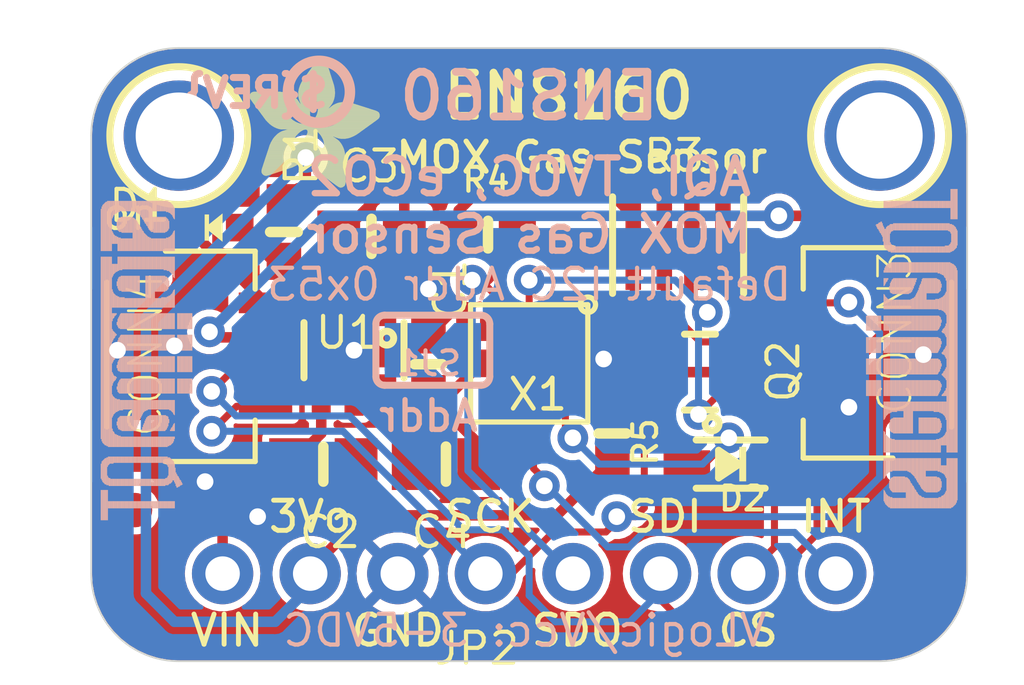
<source format=kicad_pcb>
(kicad_pcb (version 20221018) (generator pcbnew)
  (layers (0 "F.Cu" signal) (31 "B.Cu" signal) (34 "B.Paste" user) (35 "F.Paste" user) (36 "B.SilkS" user "B.Silkscreen") (37 "F.SilkS" user "F.Silkscreen") (38 "B.Mask" user) (39 "F.Mask" user) (44 "Edge.Cuts" user))
  (net 0 "")
  (net 1 "GND")
  (net 2 "3.3V")
  (net 3 "VCC")
  (net 4 "N$1")
  (net 5 "SDA_3V")
  (net 6 "SCL_3V")
  (net 7 "CS_3V")
  (net 8 "SDO/ADR")
  (net 9 "SDA/MOSI")
  (net 10 "SCL/SCK")
  (net 11 "1.8V")
  (net 12 "~{INT}")
  (net 13 "~{CS}")
  (footprint "working:FIDUCIAL_1MM" (layer "F.Cu") (at 155.4861 97.5995)
    (fp_text reference "FID4" hide)
    (fp_text value "FIDUCIAL_1MM" hide)
    (pad "1" smd roundrect (at 0 0) (size 1 1) (layers "F.Cu" "F.Mask") (roundrect_rratio 0.5))
  )
  (footprint "working:ENS160" (layer "F.Cu") (at 148.5011 105.2576 -90)
    (fp_text reference "X1" (at 0.902 0.679) (layer "F.SilkS") (effects (font (size 0.885139 0.885139) (thickness 0.130861)) (justify left)))
    (fp_text value "ENS160")
    (pad "1" smd rect (at -1.05 -1.05 270) (size 0.8 0.75) (layers "F.Cu" "F.Paste" "F.Mask") (net 5 "SDA_3V"))
    (pad "2" smd rect (at -1.05 0 270) (size 0.8 0.75) (layers "F.Cu" "F.Paste" "F.Mask") (net 6 "SCL_3V"))
    (pad "3" smd rect (at -1.05 1.05 270) (size 0.8 0.75) (layers "F.Cu" "F.Paste" "F.Mask") (net 8 "SDO/ADR"))
    (pad "4" smd rect (at 0 1.05 270) (size 0.8 0.75) (layers "F.Cu" "F.Paste" "F.Mask") (net 11 "1.8V"))
    (pad "5" smd rect (at 1.05 1.05 270) (size 0.8 0.75) (layers "F.Cu" "F.Paste" "F.Mask") (net 2 "3.3V"))
    (pad "6" smd rect (at 1.05 0 270) (size 0.8 0.75) (layers "F.Cu" "F.Paste" "F.Mask") (net 12 "~{INT}"))
    (pad "7" smd rect (at 1.05 -1.05 270) (size 0.8 0.75) (layers "F.Cu" "F.Paste" "F.Mask") (net 7 "CS_3V"))
    (pad "8" smd rect (at 0 -1.05 270) (size 0.8 0.75) (layers "F.Cu" "F.Paste" "F.Mask") (net 1 "GND"))
    (pad "9" smd rect (at 0 0 270) (size 0.8 0.75) (layers "F.Cu" "F.Paste" "F.Mask") (net 1 "GND"))
  )
  (footprint "working:FIDUCIAL_1MM" (layer "F.Cu") (at 137.0711 109.5121)
    (fp_text reference "FID3" hide)
    (fp_text value "FIDUCIAL_1MM" hide)
    (pad "1" smd roundrect (at 0 0) (size 1 1) (layers "F.Cu" "F.Mask") (roundrect_rratio 0.5))
  )
  (footprint "working:1X08_ROUND_70" (layer "F.Cu") (at 148.5011 111.3536)
    (fp_text reference "JP2" (at -2.8067 2.1717) (layer "F.SilkS") (effects (font (size 0.896031 0.896031) (thickness 0.119969)) (justify left)))
    (fp_text value "")
    (pad "1" thru_hole circle (at -8.89 0 90) (size 1.778 1.778) (drill 1) (layers "*.Cu" "*.Mask") (net 3 "VCC"))
    (pad "2" thru_hole circle (at -6.35 0 90) (size 1.778 1.778) (drill 1) (layers "*.Cu" "*.Mask") (net 2 "3.3V"))
    (pad "3" thru_hole circle (at -3.81 0 90) (size 1.778 1.778) (drill 1) (layers "*.Cu" "*.Mask") (net 1 "GND"))
    (pad "4" thru_hole circle (at -1.27 0 90) (size 1.778 1.778) (drill 1) (layers "*.Cu" "*.Mask") (net 10 "SCL/SCK"))
    (pad "5" thru_hole circle (at 1.27 0 90) (size 1.778 1.778) (drill 1) (layers "*.Cu" "*.Mask") (net 8 "SDO/ADR"))
    (pad "6" thru_hole circle (at 3.81 0 90) (size 1.778 1.778) (drill 1) (layers "*.Cu" "*.Mask") (net 9 "SDA/MOSI"))
    (pad "7" thru_hole circle (at 6.35 0 90) (size 1.778 1.778) (drill 1) (layers "*.Cu" "*.Mask") (net 13 "~{CS}"))
    (pad "8" thru_hole circle (at 8.89 0 90) (size 1.778 1.778) (drill 1) (layers "*.Cu" "*.Mask") (net 12 "~{INT}"))
  )
  (footprint "working:MOUNTINGHOLE_2.5_PLATED" (layer "F.Cu") (at 138.3411 98.6536)
    (fp_text reference "U$1" hide)
    (fp_text value "MOUNTINGHOLE2.5" hide)
    (pad "P$1" thru_hole circle (at 0 0) (size 3.2 3.2) (drill 2.5) (layers "*.Cu" "*.Mask"))
    (zone (net 0) (net_name "") (layer "F.Cu") (connect_pads (clearance 0)) (min_thickness 0.25)
      (keepout (tracks not_allowed) (vias not_allowed) (pads not_allowed) (copperpour not_allowed) (footprints allowed))
      (fill (thermal_gap 0.5) (thermal_bridge_width 0.5))
      (polygon (pts (xy 140.3571 98.6536) (xy 140.33748 98.373027) (xy 140.279004 98.097915) (xy 140.182808 97.833619) (xy 140.050765 97.585283) (xy 139.885446 97.35774) (xy 139.690067 97.15542) (xy 139.468433 96.98226) (xy 139.224856 96.841631) (xy 138.964078 96.73627) (xy 138.691175 96.668228) (xy 138.411457 96.638828) (xy 138.130371 96.648644) (xy 137.853385 96.697484) (xy 137.585893 96.784397) (xy 137.3331 96.907693) (xy 137.099926 97.06497) (xy 136.890911 97.253169) (xy 136.710122 97.468625) (xy 136.561078 97.707145) (xy 136.44668 97.964087) (xy 136.369154 98.23445) (xy 136.330011 98.512971) (xy 136.330011 98.794229) (xy 136.369154 99.07275) (xy 136.44668 99.343113) (xy 136.561078 99.600055) (xy 136.710122 99.838575) (xy 136.890911 100.054031) (xy 137.099926 100.24223) (xy 137.3331 100.399507) (xy 137.585893 100.522803) (xy 137.853385 100.609716) (xy 138.130371 100.658556) (xy 138.411457 100.668372) (xy 138.691175 100.638972) (xy 138.964078 100.57093) (xy 139.224856 100.465569) (xy 139.468433 100.32494) (xy 139.690067 100.15178) (xy 139.885446 99.94946) (xy 140.050765 99.721917) (xy 140.182808 99.473581) (xy 140.279004 99.209285) (xy 140.33748 98.934173)))
      (polygon (pts (xy 138.3251 98.6536) (xy 138.329786 98.664914) (xy 138.3411 98.6696) (xy 138.352414 98.664914) (xy 138.3571 98.6536) (xy 138.352414 98.642286) (xy 138.3411 98.6376) (xy 138.329786 98.642286)))
    )
    (zone (net 0) (net_name "") (layer "B.Cu") (connect_pads (clearance 0)) (min_thickness 0.25)
      (keepout (tracks not_allowed) (vias not_allowed) (pads not_allowed) (copperpour not_allowed) (footprints allowed))
      (fill (thermal_gap 0.5) (thermal_bridge_width 0.5))
      (polygon (pts (xy 140.3571 98.6536) (xy 140.33748 98.373027) (xy 140.279004 98.097915) (xy 140.182808 97.833619) (xy 140.050765 97.585283) (xy 139.885446 97.35774) (xy 139.690067 97.15542) (xy 139.468433 96.98226) (xy 139.224856 96.841631) (xy 138.964078 96.73627) (xy 138.691175 96.668228) (xy 138.411457 96.638828) (xy 138.130371 96.648644) (xy 137.853385 96.697484) (xy 137.585893 96.784397) (xy 137.3331 96.907693) (xy 137.099926 97.06497) (xy 136.890911 97.253169) (xy 136.710122 97.468625) (xy 136.561078 97.707145) (xy 136.44668 97.964087) (xy 136.369154 98.23445) (xy 136.330011 98.512971) (xy 136.330011 98.794229) (xy 136.369154 99.07275) (xy 136.44668 99.343113) (xy 136.561078 99.600055) (xy 136.710122 99.838575) (xy 136.890911 100.054031) (xy 137.099926 100.24223) (xy 137.3331 100.399507) (xy 137.585893 100.522803) (xy 137.853385 100.609716) (xy 138.130371 100.658556) (xy 138.411457 100.668372) (xy 138.691175 100.638972) (xy 138.964078 100.57093) (xy 139.224856 100.465569) (xy 139.468433 100.32494) (xy 139.690067 100.15178) (xy 139.885446 99.94946) (xy 140.050765 99.721917) (xy 140.182808 99.473581) (xy 140.279004 99.209285) (xy 140.33748 98.934173)))
      (polygon (pts (xy 138.3251 98.6536) (xy 138.329786 98.664914) (xy 138.3411 98.6696) (xy 138.352414 98.664914) (xy 138.3571 98.6536) (xy 138.352414 98.642286) (xy 138.3411 98.6376) (xy 138.329786 98.642286)))
    )
  )
  (footprint "working:SOD-323" (layer "F.Cu") (at 154.3431 108.1786 180)
    (fp_text reference "D2" (at -1.1 -1) (layer "F.SilkS") (effects (font (size 0.692831 0.692831) (thickness 0.119969)) (justify right)))
    (fp_text value "1N4148")
    (pad "A" smd rect (at 1.27 0 180) (size 1.35 0.8) (layers "F.Cu" "F.Paste" "F.Mask") (net 7 "CS_3V"))
    (pad "C" smd rect (at -1.27 0 180) (size 1.35 0.8) (layers "F.Cu" "F.Paste" "F.Mask") (net 13 "~{CS}"))
  )
  (footprint "working:RESPACK_4X0603" (layer "F.Cu") (at 152.8191 101.8286 180)
    (fp_text reference "R3" (at -0.838 2.591) (layer "F.SilkS") (effects (font (size 0.896031 0.896031) (thickness 0.119969)) (justify right)))
    (fp_text value "10K pack")
    (pad "1" smd rect (at -1.3 0.85 180) (size 0.45 0.9) (layers "F.Cu" "F.Paste" "F.Mask") (net 3 "VCC"))
    (pad "2" smd rect (at -0.4 0.85 180) (size 0.45 0.9) (layers "F.Cu" "F.Paste" "F.Mask") (net 2 "3.3V"))
    (pad "3" smd rect (at 0.4 0.85 180) (size 0.45 0.9) (layers "F.Cu" "F.Paste" "F.Mask") (net 3 "VCC"))
    (pad "4" smd rect (at 1.3 0.85 180) (size 0.45 0.9) (layers "F.Cu" "F.Paste" "F.Mask") (net 2 "3.3V"))
    (pad "5" smd rect (at 1.3 -0.85 180) (size 0.45 0.9) (layers "F.Cu" "F.Paste" "F.Mask") (net 5 "SDA_3V"))
    (pad "6" smd rect (at 0.4 -0.85 180) (size 0.45 0.9) (layers "F.Cu" "F.Paste" "F.Mask") (net 9 "SDA/MOSI"))
    (pad "7" smd rect (at -0.4 -0.85 180) (size 0.45 0.9) (layers "F.Cu" "F.Paste" "F.Mask") (net 6 "SCL_3V"))
    (pad "8" smd rect (at -1.3 -0.85 180) (size 0.45 0.9) (layers "F.Cu" "F.Paste" "F.Mask") (net 10 "SCL/SCK"))
  )
  (footprint "working:0805-NO" (layer "F.Cu") (at 143.9291 101.5746 180)
    (fp_text reference "C3" (at -0.889 2.032) (layer "F.SilkS") (effects (font (size 0.896031 0.896031) (thickness 0.119969)) (justify right)))
    (fp_text value "10uF")
    (pad "1" smd rect (at -0.95 0 180) (size 1.24 1.5) (layers "F.Cu" "F.Paste" "F.Mask") (net 2 "3.3V"))
    (pad "2" smd rect (at 0.95 0 180) (size 1.24 1.5) (layers "F.Cu" "F.Paste" "F.Mask") (net 1 "GND"))
  )
  (footprint "working:ADAFRUIT_3.5MM" (layer "F.Cu") (at 140.3731 100.1776)
    (fp_text reference "U$20" hide)
    (fp_text value "" hide)
  )
  (footprint "working:0603-NO" (layer "F.Cu") (at 150.9141 107.2896 -90)
    (fp_text reference "R5" (at -0.508 -0.9525 90) (layer "F.SilkS") (effects (font (size 0.692831 0.692831) (thickness 0.119969)) (justify right)))
    (fp_text value "10K")
    (pad "1" smd rect (at -0.85 0 270) (size 1.075 1) (layers "F.Cu" "F.Paste" "F.Mask") (net 7 "CS_3V"))
    (pad "2" smd rect (at 0.85 0 270) (size 1.075 1) (layers "F.Cu" "F.Paste" "F.Mask") (net 2 "3.3V"))
  )
  (footprint "working:MOUNTINGHOLE_2.5_PLATED" (layer "F.Cu") (at 158.6611 98.6536)
    (fp_text reference "U$17" hide)
    (fp_text value "MOUNTINGHOLE2.5" hide)
    (pad "P$1" thru_hole circle (at 0 0) (size 3.2 3.2) (drill 2.5) (layers "*.Cu" "*.Mask"))
    (zone (net 0) (net_name "") (layer "F.Cu") (connect_pads (clearance 0)) (min_thickness 0.25)
      (keepout (tracks not_allowed) (vias not_allowed) (pads not_allowed) (copperpour not_allowed) (footprints allowed))
      (fill (thermal_gap 0.5) (thermal_bridge_width 0.5))
      (polygon (pts (xy 160.6771 98.6536) (xy 160.65748 98.373027) (xy 160.599004 98.097915) (xy 160.502808 97.833619) (xy 160.370765 97.585283) (xy 160.205446 97.35774) (xy 160.010067 97.15542) (xy 159.788433 96.98226) (xy 159.544856 96.841631) (xy 159.284078 96.73627) (xy 159.011175 96.668228) (xy 158.731457 96.638828) (xy 158.450371 96.648644) (xy 158.173385 96.697484) (xy 157.905893 96.784397) (xy 157.6531 96.907693) (xy 157.419926 97.06497) (xy 157.210911 97.253169) (xy 157.030122 97.468625) (xy 156.881078 97.707145) (xy 156.76668 97.964087) (xy 156.689154 98.23445) (xy 156.650011 98.512971) (xy 156.650011 98.794229) (xy 156.689154 99.07275) (xy 156.76668 99.343113) (xy 156.881078 99.600055) (xy 157.030122 99.838575) (xy 157.210911 100.054031) (xy 157.419926 100.24223) (xy 157.6531 100.399507) (xy 157.905893 100.522803) (xy 158.173385 100.609716) (xy 158.450371 100.658556) (xy 158.731457 100.668372) (xy 159.011175 100.638972) (xy 159.284078 100.57093) (xy 159.544856 100.465569) (xy 159.788433 100.32494) (xy 160.010067 100.15178) (xy 160.205446 99.94946) (xy 160.370765 99.721917) (xy 160.502808 99.473581) (xy 160.599004 99.209285) (xy 160.65748 98.934173)))
      (polygon (pts (xy 158.6451 98.6536) (xy 158.649786 98.664914) (xy 158.6611 98.6696) (xy 158.672414 98.664914) (xy 158.6771 98.6536) (xy 158.672414 98.642286) (xy 158.6611 98.6376) (xy 158.649786 98.642286)))
    )
    (zone (net 0) (net_name "") (layer "B.Cu") (connect_pads (clearance 0)) (min_thickness 0.25)
      (keepout (tracks not_allowed) (vias not_allowed) (pads not_allowed) (copperpour not_allowed) (footprints allowed))
      (fill (thermal_gap 0.5) (thermal_bridge_width 0.5))
      (polygon (pts (xy 160.6771 98.6536) (xy 160.65748 98.373027) (xy 160.599004 98.097915) (xy 160.502808 97.833619) (xy 160.370765 97.585283) (xy 160.205446 97.35774) (xy 160.010067 97.15542) (xy 159.788433 96.98226) (xy 159.544856 96.841631) (xy 159.284078 96.73627) (xy 159.011175 96.668228) (xy 158.731457 96.638828) (xy 158.450371 96.648644) (xy 158.173385 96.697484) (xy 157.905893 96.784397) (xy 157.6531 96.907693) (xy 157.419926 97.06497) (xy 157.210911 97.253169) (xy 157.030122 97.468625) (xy 156.881078 97.707145) (xy 156.76668 97.964087) (xy 156.689154 98.23445) (xy 156.650011 98.512971) (xy 156.650011 98.794229) (xy 156.689154 99.07275) (xy 156.76668 99.343113) (xy 156.881078 99.600055) (xy 157.030122 99.838575) (xy 157.210911 100.054031) (xy 157.419926 100.24223) (xy 157.6531 100.399507) (xy 157.905893 100.522803) (xy 158.173385 100.609716) (xy 158.450371 100.658556) (xy 158.731457 100.668372) (xy 159.011175 100.638972) (xy 159.284078 100.57093) (xy 159.544856 100.465569) (xy 159.788433 100.32494) (xy 160.010067 100.15178) (xy 160.205446 99.94946) (xy 160.370765 99.721917) (xy 160.502808 99.473581) (xy 160.599004 99.209285) (xy 160.65748 98.934173)))
      (polygon (pts (xy 158.6451 98.6536) (xy 158.649786 98.664914) (xy 158.6611 98.6696) (xy 158.672414 98.664914) (xy 158.6771 98.6536) (xy 158.672414 98.642286) (xy 158.6611 98.6376) (xy 158.649786 98.642286)))
    )
  )
  (footprint "working:JST_SH4" (layer "F.Cu") (at 138.8491 105.0036 -90)
    (fp_text reference "CONN4" (at -2.441 1.466 90) (layer "F.SilkS") (effects (font (size 0.941222 0.941222) (thickness 0.074778)) (justify right)))
    (fp_text value "STEMMA_I2C_QT" hide)
    (pad "1" smd rect (at -1.5 -2.006) (size 1.55 0.6) (layers "F.Cu" "F.Paste" "F.Mask") (net 1 "GND"))
    (pad "2" smd rect (at -0.5 -2.006) (size 1.55 0.6) (layers "F.Cu" "F.Paste" "F.Mask") (net 3 "VCC"))
    (pad "3" smd rect (at 0.5 -2.006) (size 1.55 0.6) (layers "F.Cu" "F.Paste" "F.Mask") (net 9 "SDA/MOSI"))
    (pad "4" smd rect (at 1.5 -2.006) (size 1.55 0.6) (layers "F.Cu" "F.Paste" "F.Mask") (net 10 "SCL/SCK"))
    (pad "MT1" smd rect (at -2.8 1.894) (size 1.8 1.2) (layers "F.Cu" "F.Paste" "F.Mask") (net 1 "GND"))
    (pad "MT2" smd rect (at 2.8 1.894) (size 1.8 1.2) (layers "F.Cu" "F.Paste" "F.Mask") (net 1 "GND"))
  )
  (footprint "working:SOT23-6" (layer "F.Cu") (at 143.4211 104.8766 180)
    (fp_text reference "U1" (at -0.762 0.508) (layer "F.SilkS") (effects (font (size 0.896031 0.896031) (thickness 0.119969)) (justify right)))
    (fp_text value "AP7312-1833")
    (pad "1" smd rect (at -0.95 1.3 180) (size 0.55 1.2) (layers "F.Cu" "F.Paste" "F.Mask") (net 2 "3.3V"))
    (pad "2" smd rect (at 0 1.3 180) (size 0.55 1.2) (layers "F.Cu" "F.Paste" "F.Mask") (net 1 "GND"))
    (pad "3" smd rect (at 0.95 1.3 180) (size 0.55 1.2) (layers "F.Cu" "F.Paste" "F.Mask") (net 3 "VCC"))
    (pad "4" smd rect (at 0.95 -1.3 180) (size 0.55 1.2) (layers "F.Cu" "F.Paste" "F.Mask") (net 3 "VCC"))
    (pad "5" smd rect (at 0 -1.3 180) (size 0.55 1.2) (layers "F.Cu" "F.Paste" "F.Mask") (net 3 "VCC"))
    (pad "6" smd rect (at -0.95 -1.3 180) (size 0.55 1.2) (layers "F.Cu" "F.Paste" "F.Mask") (net 11 "1.8V"))
  )
  (footprint "working:0603-NO" (layer "F.Cu") (at 147.3073 101.5238 180)
    (fp_text reference "R4" (at -0.6985 1.5875) (layer "F.SilkS") (effects (font (size 0.692831 0.692831) (thickness 0.119969)) (justify right)))
    (fp_text value "10K")
    (pad "1" smd rect (at -0.85 0 180) (size 1.075 1) (layers "F.Cu" "F.Paste" "F.Mask") (net 8 "SDO/ADR"))
    (pad "2" smd rect (at 0.85 0 180) (size 1.075 1) (layers "F.Cu" "F.Paste" "F.Mask") (net 2 "3.3V"))
  )
  (footprint "working:CHIPLED_0603_NOOUTLINE" (layer "F.Cu") (at 139.3571 101.3206 90)
    (fp_text reference "D1" (at 0.635 -1.2065) (layer "F.SilkS") (effects (font (size 0.896031 0.896031) (thickness 0.119969)) (justify right)))
    (fp_text value "GREEN")
    (pad "A" smd rect (at 0 0.75 90) (size 0.8 0.8) (layers "F.Cu" "F.Paste" "F.Mask") (net 4 "N$1"))
    (pad "C" smd rect (at 0 -0.75 90) (size 0.8 0.8) (layers "F.Cu" "F.Paste" "F.Mask") (net 1 "GND"))
  )
  (footprint "working:0805-NO" (layer "F.Cu") (at 146.0881 108.1786 180)
    (fp_text reference "C4" (at 1.0795 -1.9685) (layer "F.SilkS") (effects (font (size 0.896031 0.896031) (thickness 0.119969)) (justify left)))
    (fp_text value "10uF")
    (pad "1" smd rect (at -0.95 0 180) (size 1.24 1.5) (layers "F.Cu" "F.Paste" "F.Mask") (net 11 "1.8V"))
    (pad "2" smd rect (at 0.95 0 180) (size 1.24 1.5) (layers "F.Cu" "F.Paste" "F.Mask") (net 1 "GND"))
  )
  (footprint "working:SOT363" (layer "F.Cu") (at 153.4541 105.5116 90)
    (fp_text reference "Q2" (at -0.9525 2.413 90) (layer "F.SilkS") (effects (font (size 0.896031 0.896031) (thickness 0.119969)) (justify left)))
    (fp_text value "BSS138")
    (pad "1" smd rect (at -0.75 0.9 90) (size 0.5 0.5) (layers "F.Cu" "F.Paste" "F.Mask") (net 6 "SCL_3V"))
    (pad "2" smd rect (at 0 0.9 90) (size 0.4 0.5) (layers "F.Cu" "F.Paste" "F.Mask") (net 2 "3.3V"))
    (pad "3" smd rect (at 0.75 0.9 90) (size 0.5 0.5) (layers "F.Cu" "F.Paste" "F.Mask") (net 9 "SDA/MOSI"))
    (pad "4" smd rect (at 0.75 -0.9 90) (size 0.5 0.5) (layers "F.Cu" "F.Paste" "F.Mask") (net 5 "SDA_3V"))
    (pad "5" smd rect (at 0 -0.9 90) (size 0.4 0.5) (layers "F.Cu" "F.Paste" "F.Mask") (net 2 "3.3V"))
    (pad "6" smd rect (at -0.75 -0.9 90) (size 0.5 0.5) (layers "F.Cu" "F.Paste" "F.Mask") (net 10 "SCL/SCK"))
  )
  (footprint "working:0603-NO" (layer "F.Cu") (at 141.3891 101.4476 -90)
    (fp_text reference "R1" (at -1.27 -0.508 90) (layer "F.SilkS") (effects (font (size 0.896031 0.896031) (thickness 0.119969)) (justify left)))
    (fp_text value "10K")
    (pad "1" smd rect (at -0.85 0 270) (size 1.075 1) (layers "F.Cu" "F.Paste" "F.Mask") (net 2 "3.3V"))
    (pad "2" smd rect (at 0.85 0 270) (size 1.075 1) (layers "F.Cu" "F.Paste" "F.Mask") (net 4 "N$1"))
  )
  (footprint "working:0603-NO" (layer "F.Cu") (at 145.5801 105.283 90)
    (fp_text reference "C1" (at 1.2065 0.635 90) (layer "F.SilkS") (effects (font (size 0.896031 0.896031) (thickness 0.119969)) (justify left)))
    (fp_text value "0.1uF")
    (pad "1" smd rect (at -0.85 0 90) (size 1.075 1) (layers "F.Cu" "F.Paste" "F.Mask") (net 11 "1.8V"))
    (pad "2" smd rect (at 0.85 0 90) (size 1.075 1) (layers "F.Cu" "F.Paste" "F.Mask") (net 1 "GND"))
  )
  (footprint "working:JST_SH4" (layer "F.Cu") (at 158.1531 105.0036 90)
    (fp_text reference "CONN3" (at -1.806 0.958 90) (layer "F.SilkS") (effects (font (size 0.941222 0.941222) (thickness 0.074778)) (justify left)))
    (fp_text value "STEMMA_I2C_QT" hide)
    (pad "1" smd rect (at -1.5 -2.006 180) (size 1.55 0.6) (layers "F.Cu" "F.Paste" "F.Mask") (net 1 "GND"))
    (pad "2" smd rect (at -0.5 -2.006 180) (size 1.55 0.6) (layers "F.Cu" "F.Paste" "F.Mask") (net 3 "VCC"))
    (pad "3" smd rect (at 0.5 -2.006 180) (size 1.55 0.6) (layers "F.Cu" "F.Paste" "F.Mask") (net 9 "SDA/MOSI"))
    (pad "4" smd rect (at 1.5 -2.006 180) (size 1.55 0.6) (layers "F.Cu" "F.Paste" "F.Mask") (net 10 "SCL/SCK"))
    (pad "MT1" smd rect (at -2.8 1.894 180) (size 1.8 1.2) (layers "F.Cu" "F.Paste" "F.Mask") (net 1 "GND"))
    (pad "MT2" smd rect (at 2.8 1.894 180) (size 1.8 1.2) (layers "F.Cu" "F.Paste" "F.Mask") (net 1 "GND"))
  )
  (footprint "working:0805-NO" (layer "F.Cu") (at 142.5321 108.1786)
    (fp_text reference "C2" (at -0.762 1.9685) (layer "F.SilkS") (effects (font (size 0.896031 0.896031) (thickness 0.119969)) (justify left)))
    (fp_text value "10uF")
    (pad "1" smd rect (at -0.95 0) (size 1.24 1.5) (layers "F.Cu" "F.Paste" "F.Mask") (net 3 "VCC"))
    (pad "2" smd rect (at 0.95 0) (size 1.24 1.5) (layers "F.Cu" "F.Paste" "F.Mask") (net 1 "GND"))
  )
  (footprint "working:PCBFEAT-REV-040" (layer "B.Cu") (at 142.4051 97.3836 180)
    (fp_text reference "U$25" hide)
    (fp_text value "" hide)
    (fp_text user "${REV}" (at -0.3556 -0.508) (layer "B.SilkS") (effects (font (size 0.8128 0.8128) (thickness 0.2032)) (justify left bottom mirror)))
  )
  (footprint "working:STEMMAQT" (layer "B.Cu") (at 158.2801 109.4486 90)
    (fp_text reference "U$30" hide)
    (fp_text value "" hide)
  )
  (footprint "working:STEMMAQT" (layer "B.Cu") (at 138.7221 100.5586 -90)
    (fp_text reference "U$31" hide)
    (fp_text value "" hide)
  )
  (footprint "working:SOLDERJUMPER_ARROW_NOPASTE" (layer "B.Cu") (at 145.7071 104.8766 180)
    (fp_text reference "SJ1" (at -0.889 -0.381) (layer "B.SilkS") (effects (font (size 0.692831 0.692831) (thickness 0.119969)) (justify left mirror)))
    (fp_text value "")
    (fp_poly (pts (xy 0.106121 -0.002663) (xy -0.679416 -0.7882) (xy -1.3946 -0.7882) (xy -1.3946 0.7882) (xy -0.62715 0.7882)) (fill solid) (layer "B.Cu"))
    (fp_poly (pts (xy 1.3946 -0.7882) (xy -0.315893 -0.7882) (xy 0.443148 0) (xy -0.315893 0.7882) (xy 1.3946 0.7882)) (fill solid) (layer "B.Cu"))
    (pad "1" smd roundrect (at -1.016 0 180) (size 0.762 1.524) (layers "B.Cu") (net 8 "SDO/ADR"))
    (pad "2" smd roundrect (at 1.016 0 180) (size 0.762 1.524) (layers "B.Cu") (net 1 "GND"))
  )
  (gr_arc (start 135.8011 98.6536) (mid 136.545049 96.857549) (end 138.3411 96.1136) (stroke (width 0.05)) (layer "Edge.Cuts"))
  (gr_arc (start 158.6611 96.1136) (mid 160.457151 96.857549) (end 161.2011 98.6536) (stroke (width 0.05)) (layer "Edge.Cuts"))
  (gr_arc (start 161.2011 111.3536) (mid 160.457151 113.149651) (end 158.6611 113.8936) (stroke (width 0.05)) (layer "Edge.Cuts"))
  (gr_line (start 161.2011 111.3536) (end 161.2011 98.6536) (stroke (width 0.05)) (layer "Edge.Cuts"))
  (gr_arc (start 138.3411 113.8936) (mid 136.545049 113.149651) (end 135.8011 111.3536) (stroke (width 0.05)) (layer "Edge.Cuts"))
  (gr_line (start 135.8011 98.6536) (end 135.8011 111.3536) (stroke (width 0.05)) (layer "Edge.Cuts"))
  (gr_line (start 138.3411 113.8936) (end 158.6611 113.8936) (stroke (width 0.05)) (layer "Edge.Cuts"))
  (gr_line (start 158.6611 96.1136) (end 138.3411 96.1136) (stroke (width 0.05)) (layer "Edge.Cuts"))
  (gr_text "AQI, TVOC, eCO2\nMOX Gas Sensor" (at 148.5011 100.6856) (layer "B.SilkS") (effects (font (size 1.03632 1.03632) (thickness 0.18288)) (justify mirror)))
  (gr_text "VLogic/Vcc: 3-5VDC" (at 148.3741 113.0046) (layer "B.SilkS") (effects (font (size 0.89408 0.89408) (thickness 0.12192)) (justify mirror)))
  (gr_text "ENS160" (at 148.5011 97.5106) (layer "B.SilkS") (effects (font (size 1.2954 1.2954) (thickness 0.2286)) (justify mirror)))
  (gr_text "Default I2C Addr 0x53" (at 148.5011 102.9716) (layer "B.SilkS") (effects (font (size 0.89408 0.89408) (thickness 0.12192)) (justify mirror)))
  (gr_text "Addr" (at 145.5801 106.7816) (layer "B.SilkS") (effects (font (size 0.8636 0.8636) (thickness 0.1524)) (justify mirror)))
  (gr_text "SCK" (at 147.3581 109.7026) (layer "F.SilkS") (effects (font (size 0.87376 0.87376) (thickness 0.14224))))
  (gr_text "on" (at 136.0551 101.4476) (layer "F.SilkS") (effects (font (size 0.89408 0.89408) (thickness 0.12192)) (justify left bottom)))
  (gr_text "MOX Gas Sensor" (at 150.0251 99.2886) (layer "F.SilkS") (effects (font (size 0.8636 0.8636) (thickness 0.1524))))
  (gr_text "3Vo" (at 142.1511 109.7026) (layer "F.SilkS") (effects (font (size 0.87376 0.87376) (thickness 0.14224))))
  (gr_text "VIN" (at 139.7381 113.0046) (layer "F.SilkS") (effects (font (size 0.87376 0.87376) (thickness 0.14224))))
  (gr_text "CS" (at 154.8511 113.0046) (layer "F.SilkS") (effects (font (size 0.87376 0.87376) (thickness 0.14224))))
  (gr_text "SDI" (at 152.4381 109.7026) (layer "F.SilkS") (effects (font (size 0.87376 0.87376) (thickness 0.14224))))
  (gr_text "ENS160" (at 149.6441 97.5106) (layer "F.SilkS") (effects (font (size 1.25222 1.25222) (thickness 0.22098))))
  (gr_text "SDO" (at 149.8981 113.0046) (layer "F.SilkS") (effects (font (size 0.87376 0.87376) (thickness 0.14224))))
  (gr_text "INT" (at 157.3911 109.7026) (layer "F.SilkS") (effects (font (size 0.87376 0.87376) (thickness 0.14224))))
  (gr_text "GND" (at 144.6911 113.0046) (layer "F.SilkS") (effects (font (size 0.87376 0.87376) (thickness 0.14224))))
  (segment (start 139.239281 100.822) (end 139.629681 100.4316) (width 0.3048) (layer "F.Cu") (net 1))
  (segment (start 138.6071 101.3206) (end 139.1057 100.822) (width 0.3048) (layer "F.Cu") (net 1))
  (segment (start 139.629681 100.4316) (end 139.7381 100.4316) (width 0.3048) (layer "F.Cu") (net 1))
  (segment (start 148.5011 105.2576) (end 149.5511 105.2576) (width 0.3048) (layer "F.Cu") (net 1))
  (segment (start 142.9791 101.5746) (end 143.4211 102.0166) (width 0.3048) (layer "F.Cu") (net 1))
  (segment (start 143.4211 102.0166) (end 143.4211 103.5766) (width 0.3048) (layer "F.Cu") (net 1))
  (segment (start 139.1057 100.822) (end 139.239281 100.822) (width 0.3048) (layer "F.Cu") (net 1))
  (via (at 136.5631 104.8766) (size 0.889) (drill 0.4826) (layers "F.Cu" "B.Cu") (net 1))
  (via (at 159.9311 105.0036) (size 0.889) (drill 0.4826) (layers "F.Cu" "B.Cu") (net 1))
  (via (at 138.2141 104.7496) (size 0.889) (drill 0.4826) (layers "F.Cu" "B.Cu") (net 1))
  (via (at 157.7721 106.5276) (size 0.889) (drill 0.4826) (layers "F.Cu" "B.Cu") (net 1))
  (via (at 139.1031 108.6866) (size 0.889) (drill 0.4826) (layers "F.Cu" "B.Cu") (net 1))
  (via (at 150.6601 105.1306) (size 0.889) (drill 0.4826) (layers "F.Cu" "B.Cu") (net 1))
  (via (at 140.6271 109.7026) (size 0.889) (drill 0.4826) (layers "F.Cu" "B.Cu") (net 1))
  (via (at 145.5801 103.0986) (size 0.889) (drill 0.4826) (layers "F.Cu" "B.Cu") (net 1))
  (via (at 143.4211 104.8766) (size 0.889) (drill 0.4826) (layers "F.Cu" "B.Cu") (net 1))
  (segment (start 152.1841 105.5116) (end 151.8031 105.8926) (width 0.3048) (layer "F.Cu") (net 2))
  (segment (start 144.8791 102.1796) (end 144.3711 102.6876) (width 0.3048) (layer "F.Cu") (net 2))
  (segment (start 142.0241 100.1776) (end 142.0241 99.2886) (width 0.3048) (layer "F.Cu") (net 2))
  (segment (start 151.8031 105.8926) (end 151.8031 107.165932) (width 0.3048) (layer "F.Cu") (net 2))
  (segment (start 152.5541 105.5116) (end 152.1841 105.5116) (width 0.3048) (layer "F.Cu") (net 2))
  (segment (start 151.6761 100.0506) (end 153.0731 100.0506) (width 0.3048) (layer "F.Cu") (net 2))
  (segment (start 144.8791 101.5746) (end 144.9299 101.5238) (width 0.3048) (layer "F.Cu") (net 2))
  (segment (start 152.5541 105.5116) (end 154.3541 105.5116) (width 0.3048) (layer "F.Cu") (net 2))
  (segment (start 142.0241 100.1776) (end 144.5641 100.1776) (width 0.3048) (layer "F.Cu") (net 2))
  (segment (start 148.0861 107.3236) (end 148.0861 109.6645) (width 0.3048) (layer "F.Cu") (net 2))
  (segment (start 151.5191 100.9786) (end 151.5191 100.2076) (width 0.3048) (layer "F.Cu") (net 2))
  (segment (start 150.9141 108.1396) (end 150.8261 108.1396) (width 0.3048) (layer "F.Cu") (net 2))
  (segment (start 147.4511 106.3076) (end 147.4511 106.6886) (width 0.3048) (layer "F.Cu") (net 2))
  (segment (start 151.5191 100.2076) (end 151.6761 100.0506) (width 0.3048) (layer "F.Cu") (net 2))
  (segment (start 146.4573 101.5238) (end 144.9299 101.5238) (width 0.3048) (layer "F.Cu") (net 2))
  (segment (start 144.8791 101.5746) (end 144.8791 102.1796) (width 0.3048) (layer "F.Cu") (net 2))
  (segment (start 150.9721 100.4316) (end 151.5191 100.9786) (width 0.3048) (layer "F.Cu") (net 2))
  (segment (start 153.2191 100.1966) (end 153.2191 100.9786) (width 0.3048) (layer "F.Cu") (net 2))
  (segment (start 150.8261 108.1396) (end 149.3012 109.6645) (width 0.3048) (layer "F.Cu") (net 2))
  (segment (start 144.8791 100.4926) (end 144.8791 101.5746) (width 0.3048) (layer "F.Cu") (net 2))
  (segment (start 146.8501 100.4316) (end 150.9721 100.4316) (width 0.3048) (layer "F.Cu") (net 2))
  (segment (start 149.3012 109.6645) (end 148.0861 109.6645) (width 0.3048) (layer "F.Cu") (net 2))
  (segment (start 141.8091 100.1776) (end 142.0241 100.1776) (width 0.3048) (layer "F.Cu") (net 2))
  (segment (start 148.0861 107.3236) (end 147.4511 106.6886) (width 0.3048) (layer "F.Cu") (net 2))
  (segment (start 146.4573 101.5238) (end 146.4573 100.8244) (width 0.3048) (layer "F.Cu") (net 2))
  (segment (start 153.0731 100.0506) (end 153.2191 100.1966) (width 0.3048) (layer "F.Cu") (net 2))
  (segment (start 144.3711 102.6876) (end 144.3711 103.5766) (width 0.3048) (layer "F.Cu") (net 2))
  (segment (start 143.7132 109.6645) (end 142.1511 111.2266) (width 0.3048) (layer "F.Cu") (net 2))
  (segment (start 144.5641 100.1776) (end 144.8791 100.4926) (width 0.3048) (layer "F.Cu") (net 2))
  (segment (start 146.4573 100.8244) (end 146.8501 100.4316) (width 0.3048) (layer "F.Cu") (net 2))
  (segment (start 141.3891 100.5976) (end 141.8091 100.1776) (width 0.3048) (layer "F.Cu") (net 2))
  (segment (start 151.8031 107.165932) (end 150.9141 108.054932) (width 0.3048) (layer "F.Cu") (net 2))
  (segment (start 142.1511 111.2266) (end 142.1511 111.3536) (width 0.3048) (layer "F.Cu") (net 2))
  (segment (start 143.7132 109.6645) (end 148.0861 109.6645) (width 0.3048) (layer "F.Cu") (net 2))
  (segment (start 150.9141 108.1396) (end 150.9141 108.054932) (width 0.3048) (layer "F.Cu") (net 2))
  (via (at 142.0241 99.2886) (size 0.889) (drill 0.4826) (layers "F.Cu" "B.Cu") (net 2))
  (segment (start 138.2141 112.7506) (end 141.1351 112.7506) (width 0.3048) (layer "B.Cu") (net 2))
  (segment (start 137.3886 103.9241) (end 137.3886 111.9251) (width 0.3048) (layer "B.Cu") (net 2))
  (segment (start 142.0241 99.2886) (end 137.3886 103.9241) (width 0.3048) (layer "B.Cu") (net 2))
  (segment (start 142.1511 111.7346) (end 142.1511 111.3536) (width 0.3048) (layer "B.Cu") (net 2))
  (segment (start 137.3886 111.9251) (end 138.2141 112.7506) (width 0.3048) (layer "B.Cu") (net 2))
  (segment (start 141.1351 112.7506) (end 142.1511 111.7346) (width 0.3048) (layer "B.Cu") (net 2))
  (segment (start 142.4711 106.1766) (end 143.4211 106.1766) (width 0.3048) (layer "F.Cu") (net 3))
  (segment (start 152.4191 101.5556) (end 152.6921 101.8286) (width 0.3048) (layer "F.Cu") (net 3))
  (segment (start 157.4301 100.9786) (end 158.7881 102.3366) (width 0.3048) (layer "F.Cu") (net 3))
  (segment (start 140.8631 104.4956) (end 142.4711 104.4956) (width 0.3048) (layer "F.Cu") (net 3))
  (segment (start 152.6921 101.8286) (end 153.8351 101.8286) (width 0.3048) (layer "F.Cu") (net 3))
  (segment (start 140.8551 104.5036) (end 139.3905 104.5036) (width 0.3048) (layer "F.Cu") (net 3))
  (segment (start 158.7881 102.3366) (end 158.7881 104.3686) (width 0.3048) (layer "F.Cu") (net 3))
  (segment (start 155.7401 100.9786) (end 157.4301 100.9786) (width 0.3048) (layer "F.Cu") (net 3))
  (segment (start 154.1191 101.5446) (end 154.1191 100.9786) (width 0.3048) (layer "F.Cu") (net 3))
  (segment (start 158.7881 104.3686) (end 157.6451 105.5116) (width 0.3048) (layer "F.Cu") (net 3))
  (segment (start 139.6111 109.5756) (end 139.6111 111.3536) (width 0.3048) (layer "F.Cu") (net 3))
  (segment (start 139.3905 104.5036) (end 139.2301 104.3432) (width 0.3048) (layer "F.Cu") (net 3))
  (segment (start 142.4711 106.1766) (end 142.4711 107.2896) (width 0.3048) (layer "F.Cu") (net 3))
  (segment (start 142.4711 107.2896) (end 141.5821 108.1786) (width 0.3048) (layer "F.Cu") (net 3))
  (segment (start 156.1551 105.5116) (end 156.1471 105.5036) (width 0.3048) (layer "F.Cu") (net 3))
  (segment (start 152.4191 100.9786) (end 152.4191 101.5556) (width 0.3048) (layer "F.Cu") (net 3))
  (segment (start 154.1191 100.9786) (end 155.7401 100.9786) (width 0.3048) (layer "F.Cu") (net 3))
  (segment (start 157.6451 105.5116) (end 156.1551 105.5116) (width 0.3048) (layer "F.Cu") (net 3))
  (segment (start 141.5821 108.1786) (end 141.0081 108.1786) (width 0.3048) (layer "F.Cu") (net 3))
  (segment (start 142.4711 104.4956) (end 142.4711 106.1766) (width 0.3048) (layer "F.Cu") (net 3))
  (segment (start 140.8551 104.5036) (end 140.8631 104.4956) (width 0.3048) (layer "F.Cu") (net 3))
  (segment (start 142.4711 103.5766) (end 142.4711 104.4956) (width 0.3048) (layer "F.Cu") (net 3))
  (segment (start 141.0081 108.1786) (end 139.6111 109.5756) (width 0.3048) (layer "F.Cu") (net 3))
  (segment (start 153.8351 101.8286) (end 154.1191 101.5446) (width 0.3048) (layer "F.Cu") (net 3))
  (via (at 155.7401 100.9786) (size 0.889) (drill 0.4826) (layers "F.Cu" "B.Cu") (net 3))
  (via (at 139.2301 104.3432) (size 0.889) (drill 0.4826) (layers "F.Cu" "B.Cu") (net 3))
  (segment (start 139.2301 104.3432) (end 142.5947 100.9786) (width 0.3048) (layer "B.Cu") (net 3))
  (segment (start 142.5947 100.9786) (end 155.7401 100.9786) (width 0.3048) (layer "B.Cu") (net 3))
  (segment (start 141.0841 102.2976) (end 141.3891 102.2976) (width 0.3048) (layer "F.Cu") (net 4))
  (segment (start 140.1071 101.3206) (end 141.0841 102.2976) (width 0.3048) (layer "F.Cu") (net 4))
  (segment (start 151.4261 104.2076) (end 151.4706 104.1631) (width 0.2032) (layer "F.Cu") (net 5))
  (segment (start 149.5511 104.2076) (end 151.4261 104.2076) (width 0.2032) (layer "F.Cu") (net 5))
  (segment (start 151.9556 104.1631) (end 151.4706 104.1631) (width 0.2032) (layer "F.Cu") (net 5))
  (segment (start 152.5541 104.7616) (end 151.9556 104.1631) (width 0.2032) (layer "F.Cu") (net 5))
  (segment (start 151.4706 104.1631) (end 151.5191 104.1146) (width 0.2032) (layer "F.Cu") (net 5))
  (segment (start 151.5191 104.1146) (end 151.5191 102.6786) (width 0.2032) (layer "F.Cu") (net 5))
  (segment (start 153.2191 103.328925) (end 153.665937 103.775763) (width 0.2032) (layer "F.Cu") (net 6))
  (segment (start 153.888112 106.2616) (end 153.411106 106.738607) (width 0.2032) (layer "F.Cu") (net 6))
  (segment (start 148.5011 104.2076) (end 148.5011 102.8446) (width 0.2032) (layer "F.Cu") (net 6))
  (segment (start 153.2191 102.6786) (end 153.2191 103.328925) (width 0.2032) (layer "F.Cu") (net 6))
  (segment (start 154.3541 106.2616) (end 153.888112 106.2616) (width 0.2032) (layer "F.Cu") (net 6))
  (via (at 153.665937 103.775763) (size 0.889) (drill 0.4826) (layers "F.Cu" "B.Cu") (net 6))
  (via (at 148.5011 102.8446) (size 0.889) (drill 0.4826) (layers "F.Cu" "B.Cu") (net 6))
  (via (at 153.411106 106.738607) (size 0.889) (drill 0.4826) (layers "F.Cu" "B.Cu") (net 6))
  (segment (start 152.734775 102.8446) (end 153.665937 103.775763) (width 0.2032) (layer "B.Cu") (net 6))
  (segment (start 153.411106 104.030594) (end 153.411106 106.738607) (width 0.2032) (layer "B.Cu") (net 6))
  (segment (start 148.5011 102.8446) (end 152.734775 102.8446) (width 0.2032) (layer "B.Cu") (net 6))
  (segment (start 153.665937 103.775763) (end 153.411106 104.030594) (width 0.2032) (layer "B.Cu") (net 6))
  (segment (start 149.4191 106.4396) (end 150.9141 106.4396) (width 0.2032) (layer "F.Cu") (net 7))
  (segment (start 153.0731 108.1786) (end 153.5811 108.1786) (width 0.2032) (layer "F.Cu") (net 7))
  (segment (start 154.2904 107.4166) (end 154.2904 107.4693) (width 0.2032) (layer "F.Cu") (net 7))
  (segment (start 154.2904 107.4693) (end 153.5811 108.1786) (width 0.2032) (layer "F.Cu") (net 7))
  (segment (start 149.5511 107.2013) (end 149.7664 107.4166) (width 0.2032) (layer "F.Cu") (net 7))
  (segment (start 149.5511 106.3076) (end 149.4191 106.4396) (width 0.2032) (layer "F.Cu") (net 7))
  (segment (start 149.5511 106.3076) (end 149.5511 107.2013) (width 0.2032) (layer "F.Cu") (net 7))
  (via (at 149.7664 107.4166) (size 0.889) (drill 0.4826) (layers "F.Cu" "B.Cu") (net 7))
  (via (at 154.2904 107.4166) (size 0.889) (drill 0.4826) (layers "F.Cu" "B.Cu") (net 7))
  (segment (start 154.2904 107.4166) (end 153.5284 108.1786) (width 0.2032) (layer "B.Cu") (net 7))
  (segment (start 149.7664 107.4166) (end 150.5284 108.1786) (width 0.2032) (layer "B.Cu") (net 7))
  (segment (start 153.5284 108.1786) (end 150.5284 108.1786) (width 0.2032) (layer "B.Cu") (net 7))
  (segment (start 148.1573 102.0318) (end 147.3445 102.8446) (width 0.2032) (layer "F.Cu") (net 8))
  (segment (start 147.4511 104.2076) (end 147.4511 103.2052) (width 0.2032) (layer "F.Cu") (net 8))
  (segment (start 147.4511 103.2052) (end 147.2175 102.9716) (width 0.2032) (layer "F.Cu") (net 8))
  (segment (start 147.3445 102.8446) (end 146.8501 102.8446) (width 0.2032) (layer "F.Cu") (net 8))
  (segment (start 147.3445 102.8446) (end 147.2175 102.9716) (width 0.2032) (layer "F.Cu") (net 8))
  (segment (start 148.1573 101.5238) (end 148.1573 102.0318) (width 0.2032) (layer "F.Cu") (net 8))
  (via (at 146.8501 102.8446) (size 0.889) (drill 0.4826) (layers "F.Cu" "B.Cu") (net 8))
  (segment (start 146.7231 104.8766) (end 146.8501 104.7496) (width 0.2032) (layer "B.Cu") (net 8))
  (segment (start 146.8501 102.8446) (end 146.8501 104.7496) (width 0.2032) (layer "B.Cu") (net 8))
  (segment (start 149.7711 111.3536) (end 149.7076 111.3536) (width 0.2032) (layer "B.Cu") (net 8))
  (segment (start 146.7231 104.8766) (end 146.7231 108.3691) (width 0.2032) (layer "B.Cu") (net 8))
  (segment (start 149.7076 111.3536) (end 146.7231 108.3691) (width 0.2032) (layer "B.Cu") (net 8))
  (segment (start 154.2271 104.6346) (end 154.3541 104.7616) (width 0.2032) (layer "F.Cu") (net 9))
  (segment (start 152.3111 112.1156) (end 152.3111 111.3536) (width 0.2032) (layer "F.Cu") (net 9))
  (segment (start 154.9781 105.1306) (end 154.9781 106.9086) (width 0.2032) (layer "F.Cu") (net 9))
  (segment (start 154.2271 104.6346) (end 153.4651 104.6346) (width 0.2032) (layer "F.Cu") (net 9))
  (segment (start 154.3541 104.7616) (end 154.6091 104.7616) (width 0.2032) (layer "F.Cu") (net 9))
  (segment (start 152.9461 112.7506) (end 152.3111 112.1156) (width 0.2032) (layer "F.Cu") (net 9))
  (segment (start 156.1471 104.5036) (end 154.6121 104.5036) (width 0.2032) (layer "F.Cu") (net 9))
  (segment (start 156.8469 107.7614) (end 156.8469 110.209507) (width 0.2032) (layer "F.Cu") (net 9))
  (segment (start 155.3591 107.2896) (end 154.9781 106.9086) (width 0.2032) (layer "F.Cu") (net 9))
  (segment (start 140.7963 105.5624) (end 139.8016 105.5624) (width 0.2032) (layer "F.Cu") (net 9))
  (segment (start 155.523393 112.7506) (end 152.9461 112.7506) (width 0.2032) (layer "F.Cu") (net 9))
  (segment (start 156.8469 110.209507) (end 156.0449 111.011507) (width 0.2032) (layer "F.Cu") (net 9))
  (segment (start 152.4191 102.6786) (end 152.4191 103.5886) (width 0.2032) (layer "F.Cu") (net 9))
  (segment (start 154.6091 104.7616) (end 154.9781 105.1306) (width 0.2032) (layer "F.Cu") (net 9))
  (segment (start 139.8016 105.5624) (end 139.2936 106.0704) (width 0.2032) (layer "F.Cu") (net 9))
  (segment (start 140.8551 105.5036) (end 140.7963 105.5624) (width 0.2032) (layer "F.Cu") (net 9))
  (segment (start 155.3591 107.2896) (end 156.3751 107.2896) (width 0.2032) (layer "F.Cu") (net 9))
  (segment (start 156.0449 111.011507) (end 156.0449 112.229094) (width 0.2032) (layer "F.Cu") (net 9))
  (segment (start 156.3751 107.2896) (end 156.8469 107.7614) (width 0.2032) (layer "F.Cu") (net 9))
  (segment (start 154.6121 104.5036) (end 154.3541 104.7616) (width 0.2032) (layer "F.Cu") (net 9))
  (segment (start 153.4651 104.6346) (end 152.4191 103.5886) (width 0.2032) (layer "F.Cu") (net 9))
  (segment (start 156.0449 112.229094) (end 155.523393 112.7506) (width 0.2032) (layer "F.Cu") (net 9))
  (via (at 139.2936 106.0704) (size 0.889) (drill 0.4826) (layers "F.Cu" "B.Cu") (net 9))
  (segment (start 147.7391 110.0836) (end 148.5011 110.8456) (width 0.2032) (layer "B.Cu") (net 9))
  (segment (start 139.2936 106.0704) (end 140.0048 106.7816) (width 0.2032) (layer "B.Cu") (net 9))
  (segment (start 149.2631 112.7506) (end 151.4221 112.7506) (width 0.2032) (layer "B.Cu") (net 9))
  (segment (start 146.5961 110.0836) (end 147.7391 110.0836) (width 0.2032) (layer "B.Cu") (net 9))
  (segment (start 152.3111 111.8616) (end 152.3111 111.3536) (width 0.2032) (layer "B.Cu") (net 9))
  (segment (start 151.4221 112.7506) (end 152.3111 111.8616) (width 0.2032) (layer "B.Cu") (net 9))
  (segment (start 143.2941 106.7816) (end 140.0048 106.7816) (width 0.2032) (layer "B.Cu") (net 9))
  (segment (start 143.2941 106.7816) (end 146.5961 110.0836) (width 0.2032) (layer "B.Cu") (net 9))
  (segment (start 148.5011 111.9886) (end 149.2631 112.7506) (width 0.2032) (layer "B.Cu") (net 9))
  (segment (start 148.5011 110.8456) (end 148.5011 111.9886) (width 0.2032) (layer "B.Cu") (net 9))
  (segment (start 140.8551 106.5036) (end 140.0161 106.5036) (width 0.2032) (layer "F.Cu") (net 10))
  (segment (start 140.0161 106.5036) (end 139.2936 107.2261) (width 0.2032) (layer "F.Cu") (net 10))
  (segment (start 152.5541 106.2616) (end 152.5541 107.06455) (width 0.2032) (layer "F.Cu") (net 10))
  (segment (start 157.7481 103.5036) (end 157.7721 103.4796) (width 0.2032) (layer "F.Cu") (net 10))
  (segment (start 151.58165 109.7026) (end 151.0411 109.7026) (width 0.2032) (layer "F.Cu") (net 10))
  (segment (start 150.7236 110.1471) (end 149.1996 110.1471) (width 0.2032) (layer "F.Cu") (net 10))
  (segment (start 151.0411 109.8296) (end 150.7236 110.1471) (width 0.2032) (layer "F.Cu") (net 10))
  (segment (start 152.5541 107.06455) (end 151.8393 107.77935) (width 0.2032) (layer "F.Cu") (net 10))
  (segment (start 149.1996 110.1471) (end 147.9931 111.3536) (width 0.2032) (layer "F.Cu") (net 10))
  (segment (start 155.3221 102.6786) (end 154.1191 102.6786) (width 0.2032) (layer "F.Cu") (net 10))
  (segment (start 151.0411 109.7026) (end 151.0411 109.8296) (width 0.2032) (layer "F.Cu") (net 10))
  (segment (start 151.8393 107.77935) (end 151.8393 109.44495) (width 0.2032) (layer "F.Cu") (net 10))
  (segment (start 147.2311 111.3536) (end 147.9931 111.3536) (width 0.2032) (layer "F.Cu") (net 10))
  (segment (start 155.3221 102.6786) (end 156.1471 103.5036) (width 0.2032) (layer "F.Cu") (net 10))
  (segment (start 151.8393 109.44495) (end 151.58165 109.7026) (width 0.2032) (layer "F.Cu") (net 10))
  (segment (start 156.1471 103.5036) (end 157.7481 103.5036) (width 0.2032) (layer "F.Cu") (net 10))
  (via (at 139.2936 107.2261) (size 0.889) (drill 0.4826) (layers "F.Cu" "B.Cu") (net 10))
  (via (at 151.0411 109.7026) (size 0.889) (drill 0.4826) (layers "F.Cu" "B.Cu") (net 10))
  (via (at 157.7721 103.4796) (size 0.889) (drill 0.4826) (layers "F.Cu" "B.Cu") (net 10))
  (segment (start 157.5181 109.7026) (end 151.0411 109.7026) (width 0.2032) (layer "B.Cu") (net 10))
  (segment (start 143.1036 107.2261) (end 147.2311 111.3536) (width 0.2032) (layer "B.Cu") (net 10))
  (segment (start 158.6611 108.5596) (end 157.5181 109.7026) (width 0.2032) (layer "B.Cu") (net 10))
  (segment (start 158.6611 104.3686) (end 158.6611 108.5596) (width 0.2032) (layer "B.Cu") (net 10))
  (segment (start 139.2936 107.2261) (end 143.1036 107.2261) (width 0.2032) (layer "B.Cu") (net 10))
  (segment (start 157.7721 103.4796) (end 158.6611 104.3686) (width 0.2032) (layer "B.Cu") (net 10))
  (segment (start 147.4511 105.2576) (end 147.1041 105.2576) (width 0.3048) (layer "F.Cu") (net 11))
  (segment (start 145.5801 106.133) (end 147.0381 107.591) (width 0.3048) (layer "F.Cu") (net 11))
  (segment (start 147.1041 105.2576) (end 146.2287 106.133) (width 0.3048) (layer "F.Cu") (net 11))
  (segment (start 144.3711 106.1766) (end 145.536503 106.1766) (width 0.3048) (layer "F.Cu") (net 11))
  (segment (start 147.0381 107.591) (end 147.0381 108.1786) (width 0.3048) (layer "F.Cu") (net 11))
  (segment (start 146.2287 106.133) (end 145.5801 106.133) (width 0.3048) (layer "F.Cu") (net 11))
  (segment (start 145.536503 106.1766) (end 145.5801 106.133) (width 0.3048) (layer "F.Cu") (net 11))
  (segment (start 148.6281 106.4346) (end 148.6281 108.305713) (width 0.2032) (layer "F.Cu") (net 12))
  (segment (start 148.5011 106.3076) (end 148.6281 106.4346) (width 0.2032) (layer "F.Cu") (net 12))
  (segment (start 148.9408 108.618413) (end 148.9408 108.808913) (width 0.2032) (layer "F.Cu") (net 12))
  (segment (start 148.9408 108.618413) (end 148.6281 108.305713) (width 0.2032) (layer "F.Cu") (net 12))
  (via (at 148.9408 108.808913) (size 0.889) (drill 0.4826) (layers "F.Cu" "B.Cu") (net 12))
  (segment (start 156.1973 110.1598) (end 157.3911 111.3536) (width 0.2032) (layer "B.Cu") (net 12))
  (segment (start 148.972606 108.777107) (end 150.7744 110.5789) (width 0.2032) (layer "B.Cu") (net 12))
  (segment (start 151.397506 110.5789) (end 151.816606 110.1598) (width 0.2032) (layer "B.Cu") (net 12))
  (segment (start 151.816606 110.1598) (end 156.1973 110.1598) (width 0.2032) (layer "B.Cu") (net 12))
  (segment (start 150.7744 110.5789) (end 151.397506 110.5789) (width 0.2032) (layer "B.Cu") (net 12))
  (segment (start 148.9408 108.808913) (end 148.972606 108.777107) (width 0.2032) (layer "B.Cu") (net 12))
  (segment (start 155.6131 108.1786) (end 155.6131 110.5916) (width 0.2032) (layer "F.Cu") (net 13))
  (segment (start 155.6131 110.5916) (end 154.8511 111.3536) (width 0.2032) (layer "F.Cu") (net 13))
  (zone (net 1) (net_name "GND") (layer "F.Cu") (priority 6) (connect_pads (clearance 0.000001)) (min_thickness 0.127) (fill yes (thermal_gap 0.304) (thermal_bridge_width 0.304))
    (polygon (pts (xy 161.3281 114.0206) (xy 135.6741 114.0206) (xy 135.6741 95.9866) (xy 161.3281 95.9866)))
  )
  (zone (net 1) (net_name "GND") (layer "B.Cu") (priority 6) (connect_pads (clearance 0.000001)) (min_thickness 0.127) (fill yes (thermal_gap 0.304) (thermal_bridge_width 0.304))
    (polygon (pts (xy 161.3281 114.0206) (xy 135.6741 114.0206) (xy 135.6741 95.9866) (xy 161.3281 95.9866)))
  )
)
</source>
